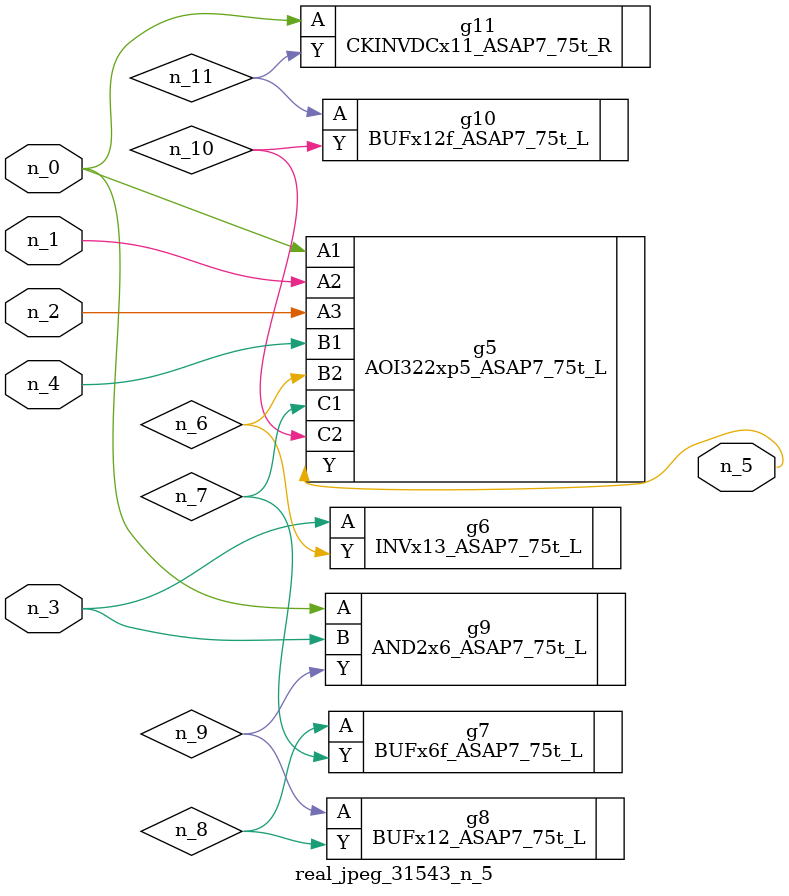
<source format=v>
module real_jpeg_31543_n_5 (n_4, n_0, n_1, n_2, n_3, n_5);

input n_4;
input n_0;
input n_1;
input n_2;
input n_3;

output n_5;

wire n_8;
wire n_11;
wire n_6;
wire n_7;
wire n_10;
wire n_9;

AOI322xp5_ASAP7_75t_L g5 ( 
.A1(n_0),
.A2(n_1),
.A3(n_2),
.B1(n_4),
.B2(n_6),
.C1(n_7),
.C2(n_10),
.Y(n_5)
);

AND2x6_ASAP7_75t_L g9 ( 
.A(n_0),
.B(n_3),
.Y(n_9)
);

CKINVDCx11_ASAP7_75t_R g11 ( 
.A(n_0),
.Y(n_11)
);

INVx13_ASAP7_75t_L g6 ( 
.A(n_3),
.Y(n_6)
);

BUFx6f_ASAP7_75t_L g7 ( 
.A(n_8),
.Y(n_7)
);

BUFx12_ASAP7_75t_L g8 ( 
.A(n_9),
.Y(n_8)
);

BUFx12f_ASAP7_75t_L g10 ( 
.A(n_11),
.Y(n_10)
);


endmodule
</source>
